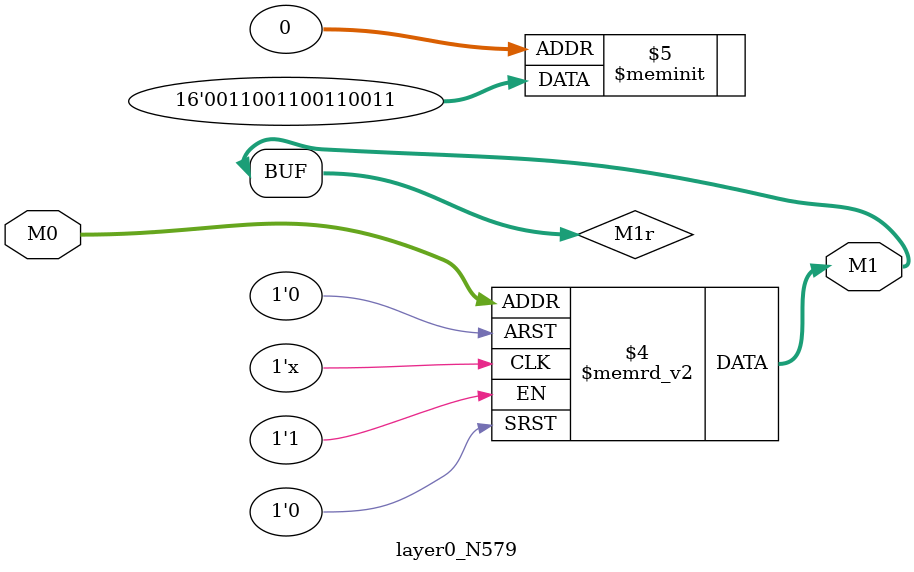
<source format=v>
module layer0_N579 ( input [2:0] M0, output [1:0] M1 );

	(*rom_style = "distributed" *) reg [1:0] M1r;
	assign M1 = M1r;
	always @ (M0) begin
		case (M0)
			3'b000: M1r = 2'b11;
			3'b100: M1r = 2'b11;
			3'b010: M1r = 2'b11;
			3'b110: M1r = 2'b11;
			3'b001: M1r = 2'b00;
			3'b101: M1r = 2'b00;
			3'b011: M1r = 2'b00;
			3'b111: M1r = 2'b00;

		endcase
	end
endmodule

</source>
